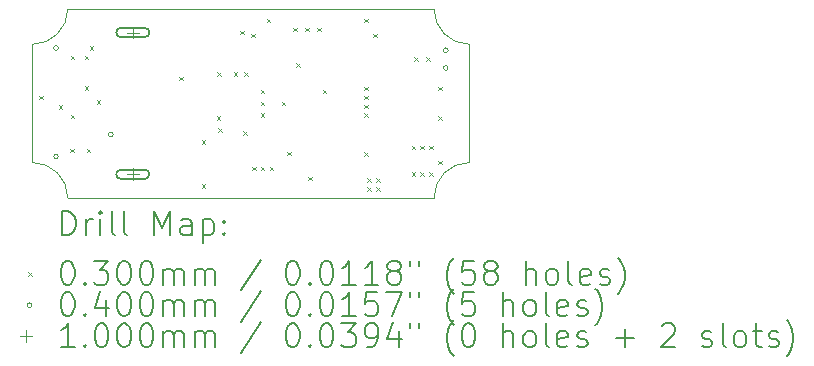
<source format=gbr>
%FSLAX45Y45*%
G04 Gerber Fmt 4.5, Leading zero omitted, Abs format (unit mm)*
G04 Created by KiCad (PCBNEW (6.0.0)) date 2025-09-03 23:00:23*
%MOMM*%
%LPD*%
G01*
G04 APERTURE LIST*
%TA.AperFunction,Profile*%
%ADD10C,0.100000*%
%TD*%
%ADD11C,0.200000*%
%ADD12C,0.030000*%
%ADD13C,0.040000*%
%ADD14C,0.100000*%
G04 APERTURE END LIST*
D10*
X6900000Y-2950000D02*
G75*
G03*
X7200000Y-3250000I300000J0D01*
G01*
X3800000Y-4550000D02*
G75*
G03*
X3500000Y-4250000I-300000J0D01*
G01*
X3500000Y-4250000D02*
X3500000Y-3250000D01*
X3800000Y-2950000D02*
X6900000Y-2950000D01*
X7200000Y-4250000D02*
G75*
G03*
X6900000Y-4550000I0J-300000D01*
G01*
X7200000Y-3250000D02*
X7200000Y-4250000D01*
X6900000Y-4550000D02*
X3800000Y-4550000D01*
X3500000Y-3250000D02*
G75*
G03*
X3800000Y-2950000I0J300000D01*
G01*
D11*
D12*
X3560000Y-3685000D02*
X3590000Y-3715000D01*
X3590000Y-3685000D02*
X3560000Y-3715000D01*
X3725000Y-3765000D02*
X3755000Y-3795000D01*
X3755000Y-3765000D02*
X3725000Y-3795000D01*
X3821500Y-4135000D02*
X3851500Y-4165000D01*
X3851500Y-4135000D02*
X3821500Y-4165000D01*
X3825000Y-3345000D02*
X3855000Y-3375000D01*
X3855000Y-3345000D02*
X3825000Y-3375000D01*
X3825000Y-3845000D02*
X3855000Y-3875000D01*
X3855000Y-3845000D02*
X3825000Y-3875000D01*
X3945000Y-3345000D02*
X3975000Y-3375000D01*
X3975000Y-3345000D02*
X3945000Y-3375000D01*
X3945000Y-3605000D02*
X3975000Y-3635000D01*
X3975000Y-3605000D02*
X3945000Y-3635000D01*
X3960000Y-4135000D02*
X3990000Y-4165000D01*
X3990000Y-4135000D02*
X3960000Y-4165000D01*
X3985000Y-3265000D02*
X4015000Y-3295000D01*
X4015000Y-3265000D02*
X3985000Y-3295000D01*
X4045000Y-3725000D02*
X4075000Y-3755000D01*
X4075000Y-3725000D02*
X4045000Y-3755000D01*
X4745000Y-3525000D02*
X4775000Y-3555000D01*
X4775000Y-3525000D02*
X4745000Y-3555000D01*
X4935000Y-4060000D02*
X4965000Y-4090000D01*
X4965000Y-4060000D02*
X4935000Y-4090000D01*
X4935000Y-4435000D02*
X4965000Y-4465000D01*
X4965000Y-4435000D02*
X4935000Y-4465000D01*
X5060000Y-3860000D02*
X5090000Y-3890000D01*
X5090000Y-3860000D02*
X5060000Y-3890000D01*
X5065000Y-3485000D02*
X5095000Y-3515000D01*
X5095000Y-3485000D02*
X5065000Y-3515000D01*
X5072550Y-3960000D02*
X5102550Y-3990000D01*
X5102550Y-3960000D02*
X5072550Y-3990000D01*
X5205000Y-3485000D02*
X5235000Y-3515000D01*
X5235000Y-3485000D02*
X5205000Y-3515000D01*
X5260000Y-3135000D02*
X5290000Y-3165000D01*
X5290000Y-3135000D02*
X5260000Y-3165000D01*
X5285000Y-3985000D02*
X5315000Y-4015000D01*
X5315000Y-3985000D02*
X5285000Y-4015000D01*
X5294050Y-3485000D02*
X5324050Y-3515000D01*
X5324050Y-3485000D02*
X5294050Y-3515000D01*
X5351250Y-3160000D02*
X5381250Y-3190000D01*
X5381250Y-3160000D02*
X5351250Y-3190000D01*
X5360000Y-4285000D02*
X5390000Y-4315000D01*
X5390000Y-4285000D02*
X5360000Y-4315000D01*
X5435000Y-3635000D02*
X5465000Y-3665000D01*
X5465000Y-3635000D02*
X5435000Y-3665000D01*
X5435000Y-3735000D02*
X5465000Y-3765000D01*
X5465000Y-3735000D02*
X5435000Y-3765000D01*
X5435000Y-3835000D02*
X5465000Y-3865000D01*
X5465000Y-3835000D02*
X5435000Y-3865000D01*
X5435000Y-4285000D02*
X5465000Y-4315000D01*
X5465000Y-4285000D02*
X5435000Y-4315000D01*
X5485000Y-3035000D02*
X5515000Y-3065000D01*
X5515000Y-3035000D02*
X5485000Y-3065000D01*
X5510000Y-4285000D02*
X5540000Y-4315000D01*
X5540000Y-4285000D02*
X5510000Y-4315000D01*
X5610000Y-3735000D02*
X5640000Y-3765000D01*
X5640000Y-3735000D02*
X5610000Y-3765000D01*
X5660000Y-4160000D02*
X5690000Y-4190000D01*
X5690000Y-4160000D02*
X5660000Y-4190000D01*
X5710000Y-3110000D02*
X5740000Y-3140000D01*
X5740000Y-3110000D02*
X5710000Y-3140000D01*
X5735000Y-3410000D02*
X5765000Y-3440000D01*
X5765000Y-3410000D02*
X5735000Y-3440000D01*
X5810000Y-3110000D02*
X5840000Y-3140000D01*
X5840000Y-3110000D02*
X5810000Y-3140000D01*
X5835000Y-4370050D02*
X5865000Y-4400050D01*
X5865000Y-4370050D02*
X5835000Y-4400050D01*
X5910000Y-3110000D02*
X5940000Y-3140000D01*
X5940000Y-3110000D02*
X5910000Y-3140000D01*
X5960000Y-3635000D02*
X5990000Y-3665000D01*
X5990000Y-3635000D02*
X5960000Y-3665000D01*
X6310000Y-3035000D02*
X6340000Y-3065000D01*
X6340000Y-3035000D02*
X6310000Y-3065000D01*
X6310000Y-3610000D02*
X6340000Y-3640000D01*
X6340000Y-3610000D02*
X6310000Y-3640000D01*
X6310000Y-3685000D02*
X6340000Y-3715000D01*
X6340000Y-3685000D02*
X6310000Y-3715000D01*
X6310000Y-3760000D02*
X6340000Y-3790000D01*
X6340000Y-3760000D02*
X6310000Y-3790000D01*
X6310000Y-3835000D02*
X6340000Y-3865000D01*
X6340000Y-3835000D02*
X6310000Y-3865000D01*
X6310000Y-4165000D02*
X6340000Y-4195000D01*
X6340000Y-4165000D02*
X6310000Y-4195000D01*
X6335000Y-4385000D02*
X6365000Y-4415000D01*
X6365000Y-4385000D02*
X6335000Y-4415000D01*
X6335000Y-4460000D02*
X6365000Y-4490000D01*
X6365000Y-4460000D02*
X6335000Y-4490000D01*
X6385000Y-3160000D02*
X6415000Y-3190000D01*
X6415000Y-3160000D02*
X6385000Y-3190000D01*
X6410000Y-4385000D02*
X6440000Y-4415000D01*
X6440000Y-4385000D02*
X6410000Y-4415000D01*
X6410000Y-4460000D02*
X6440000Y-4490000D01*
X6440000Y-4460000D02*
X6410000Y-4490000D01*
X6710000Y-4110000D02*
X6740000Y-4140000D01*
X6740000Y-4110000D02*
X6710000Y-4140000D01*
X6710000Y-4335000D02*
X6740000Y-4365000D01*
X6740000Y-4335000D02*
X6710000Y-4365000D01*
X6735000Y-3360000D02*
X6765000Y-3390000D01*
X6765000Y-3360000D02*
X6735000Y-3390000D01*
X6785000Y-4110000D02*
X6815000Y-4140000D01*
X6815000Y-4110000D02*
X6785000Y-4140000D01*
X6785000Y-4335000D02*
X6815000Y-4365000D01*
X6815000Y-4335000D02*
X6785000Y-4365000D01*
X6835000Y-3360000D02*
X6865000Y-3390000D01*
X6865000Y-3360000D02*
X6835000Y-3390000D01*
X6860000Y-4110000D02*
X6890000Y-4140000D01*
X6890000Y-4110000D02*
X6860000Y-4140000D01*
X6860000Y-4335000D02*
X6890000Y-4365000D01*
X6890000Y-4335000D02*
X6860000Y-4365000D01*
X6935000Y-3610000D02*
X6965000Y-3640000D01*
X6965000Y-3610000D02*
X6935000Y-3640000D01*
X6935000Y-3860000D02*
X6965000Y-3890000D01*
X6965000Y-3860000D02*
X6935000Y-3890000D01*
X6935000Y-4235000D02*
X6965000Y-4265000D01*
X6965000Y-4235000D02*
X6935000Y-4265000D01*
D13*
X3720000Y-3280000D02*
G75*
G03*
X3720000Y-3280000I-20000J0D01*
G01*
X3720000Y-4200000D02*
G75*
G03*
X3720000Y-4200000I-20000J0D01*
G01*
X4183750Y-4013750D02*
G75*
G03*
X4183750Y-4013750I-20000J0D01*
G01*
X7020000Y-3300000D02*
G75*
G03*
X7020000Y-3300000I-20000J0D01*
G01*
X7020000Y-3450000D02*
G75*
G03*
X7020000Y-3450000I-20000J0D01*
G01*
D14*
X4350000Y-3100000D02*
X4350000Y-3200000D01*
X4300000Y-3150000D02*
X4400000Y-3150000D01*
D11*
X4250000Y-3190000D02*
X4450000Y-3190000D01*
X4250000Y-3110000D02*
X4450000Y-3110000D01*
X4450000Y-3190000D02*
G75*
G03*
X4450000Y-3110000I0J40000D01*
G01*
X4250000Y-3110000D02*
G75*
G03*
X4250000Y-3190000I0J-40000D01*
G01*
D14*
X4350000Y-4300000D02*
X4350000Y-4400000D01*
X4300000Y-4350000D02*
X4400000Y-4350000D01*
D11*
X4250000Y-4390000D02*
X4450000Y-4390000D01*
X4250000Y-4310000D02*
X4450000Y-4310000D01*
X4450000Y-4390000D02*
G75*
G03*
X4450000Y-4310000I0J40000D01*
G01*
X4250000Y-4310000D02*
G75*
G03*
X4250000Y-4390000I0J-40000D01*
G01*
X3752619Y-4865476D02*
X3752619Y-4665476D01*
X3800238Y-4665476D01*
X3828809Y-4675000D01*
X3847857Y-4694048D01*
X3857381Y-4713095D01*
X3866905Y-4751190D01*
X3866905Y-4779762D01*
X3857381Y-4817857D01*
X3847857Y-4836905D01*
X3828809Y-4855952D01*
X3800238Y-4865476D01*
X3752619Y-4865476D01*
X3952619Y-4865476D02*
X3952619Y-4732143D01*
X3952619Y-4770238D02*
X3962143Y-4751190D01*
X3971667Y-4741667D01*
X3990714Y-4732143D01*
X4009762Y-4732143D01*
X4076428Y-4865476D02*
X4076428Y-4732143D01*
X4076428Y-4665476D02*
X4066905Y-4675000D01*
X4076428Y-4684524D01*
X4085952Y-4675000D01*
X4076428Y-4665476D01*
X4076428Y-4684524D01*
X4200238Y-4865476D02*
X4181190Y-4855952D01*
X4171667Y-4836905D01*
X4171667Y-4665476D01*
X4305000Y-4865476D02*
X4285952Y-4855952D01*
X4276429Y-4836905D01*
X4276429Y-4665476D01*
X4533571Y-4865476D02*
X4533571Y-4665476D01*
X4600238Y-4808333D01*
X4666905Y-4665476D01*
X4666905Y-4865476D01*
X4847857Y-4865476D02*
X4847857Y-4760714D01*
X4838333Y-4741667D01*
X4819286Y-4732143D01*
X4781190Y-4732143D01*
X4762143Y-4741667D01*
X4847857Y-4855952D02*
X4828810Y-4865476D01*
X4781190Y-4865476D01*
X4762143Y-4855952D01*
X4752619Y-4836905D01*
X4752619Y-4817857D01*
X4762143Y-4798810D01*
X4781190Y-4789286D01*
X4828810Y-4789286D01*
X4847857Y-4779762D01*
X4943095Y-4732143D02*
X4943095Y-4932143D01*
X4943095Y-4741667D02*
X4962143Y-4732143D01*
X5000238Y-4732143D01*
X5019286Y-4741667D01*
X5028810Y-4751190D01*
X5038333Y-4770238D01*
X5038333Y-4827381D01*
X5028810Y-4846429D01*
X5019286Y-4855952D01*
X5000238Y-4865476D01*
X4962143Y-4865476D01*
X4943095Y-4855952D01*
X5124048Y-4846429D02*
X5133571Y-4855952D01*
X5124048Y-4865476D01*
X5114524Y-4855952D01*
X5124048Y-4846429D01*
X5124048Y-4865476D01*
X5124048Y-4741667D02*
X5133571Y-4751190D01*
X5124048Y-4760714D01*
X5114524Y-4751190D01*
X5124048Y-4741667D01*
X5124048Y-4760714D01*
D12*
X3465000Y-5180000D02*
X3495000Y-5210000D01*
X3495000Y-5180000D02*
X3465000Y-5210000D01*
D11*
X3790714Y-5085476D02*
X3809762Y-5085476D01*
X3828809Y-5095000D01*
X3838333Y-5104524D01*
X3847857Y-5123571D01*
X3857381Y-5161667D01*
X3857381Y-5209286D01*
X3847857Y-5247381D01*
X3838333Y-5266429D01*
X3828809Y-5275952D01*
X3809762Y-5285476D01*
X3790714Y-5285476D01*
X3771667Y-5275952D01*
X3762143Y-5266429D01*
X3752619Y-5247381D01*
X3743095Y-5209286D01*
X3743095Y-5161667D01*
X3752619Y-5123571D01*
X3762143Y-5104524D01*
X3771667Y-5095000D01*
X3790714Y-5085476D01*
X3943095Y-5266429D02*
X3952619Y-5275952D01*
X3943095Y-5285476D01*
X3933571Y-5275952D01*
X3943095Y-5266429D01*
X3943095Y-5285476D01*
X4019286Y-5085476D02*
X4143095Y-5085476D01*
X4076428Y-5161667D01*
X4105000Y-5161667D01*
X4124048Y-5171190D01*
X4133571Y-5180714D01*
X4143095Y-5199762D01*
X4143095Y-5247381D01*
X4133571Y-5266429D01*
X4124048Y-5275952D01*
X4105000Y-5285476D01*
X4047857Y-5285476D01*
X4028809Y-5275952D01*
X4019286Y-5266429D01*
X4266905Y-5085476D02*
X4285952Y-5085476D01*
X4305000Y-5095000D01*
X4314524Y-5104524D01*
X4324048Y-5123571D01*
X4333571Y-5161667D01*
X4333571Y-5209286D01*
X4324048Y-5247381D01*
X4314524Y-5266429D01*
X4305000Y-5275952D01*
X4285952Y-5285476D01*
X4266905Y-5285476D01*
X4247857Y-5275952D01*
X4238333Y-5266429D01*
X4228810Y-5247381D01*
X4219286Y-5209286D01*
X4219286Y-5161667D01*
X4228810Y-5123571D01*
X4238333Y-5104524D01*
X4247857Y-5095000D01*
X4266905Y-5085476D01*
X4457381Y-5085476D02*
X4476429Y-5085476D01*
X4495476Y-5095000D01*
X4505000Y-5104524D01*
X4514524Y-5123571D01*
X4524048Y-5161667D01*
X4524048Y-5209286D01*
X4514524Y-5247381D01*
X4505000Y-5266429D01*
X4495476Y-5275952D01*
X4476429Y-5285476D01*
X4457381Y-5285476D01*
X4438333Y-5275952D01*
X4428810Y-5266429D01*
X4419286Y-5247381D01*
X4409762Y-5209286D01*
X4409762Y-5161667D01*
X4419286Y-5123571D01*
X4428810Y-5104524D01*
X4438333Y-5095000D01*
X4457381Y-5085476D01*
X4609762Y-5285476D02*
X4609762Y-5152143D01*
X4609762Y-5171190D02*
X4619286Y-5161667D01*
X4638333Y-5152143D01*
X4666905Y-5152143D01*
X4685952Y-5161667D01*
X4695476Y-5180714D01*
X4695476Y-5285476D01*
X4695476Y-5180714D02*
X4705000Y-5161667D01*
X4724048Y-5152143D01*
X4752619Y-5152143D01*
X4771667Y-5161667D01*
X4781190Y-5180714D01*
X4781190Y-5285476D01*
X4876429Y-5285476D02*
X4876429Y-5152143D01*
X4876429Y-5171190D02*
X4885952Y-5161667D01*
X4905000Y-5152143D01*
X4933571Y-5152143D01*
X4952619Y-5161667D01*
X4962143Y-5180714D01*
X4962143Y-5285476D01*
X4962143Y-5180714D02*
X4971667Y-5161667D01*
X4990714Y-5152143D01*
X5019286Y-5152143D01*
X5038333Y-5161667D01*
X5047857Y-5180714D01*
X5047857Y-5285476D01*
X5438333Y-5075952D02*
X5266905Y-5333095D01*
X5695476Y-5085476D02*
X5714524Y-5085476D01*
X5733571Y-5095000D01*
X5743095Y-5104524D01*
X5752619Y-5123571D01*
X5762143Y-5161667D01*
X5762143Y-5209286D01*
X5752619Y-5247381D01*
X5743095Y-5266429D01*
X5733571Y-5275952D01*
X5714524Y-5285476D01*
X5695476Y-5285476D01*
X5676428Y-5275952D01*
X5666905Y-5266429D01*
X5657381Y-5247381D01*
X5647857Y-5209286D01*
X5647857Y-5161667D01*
X5657381Y-5123571D01*
X5666905Y-5104524D01*
X5676428Y-5095000D01*
X5695476Y-5085476D01*
X5847857Y-5266429D02*
X5857381Y-5275952D01*
X5847857Y-5285476D01*
X5838333Y-5275952D01*
X5847857Y-5266429D01*
X5847857Y-5285476D01*
X5981190Y-5085476D02*
X6000238Y-5085476D01*
X6019286Y-5095000D01*
X6028809Y-5104524D01*
X6038333Y-5123571D01*
X6047857Y-5161667D01*
X6047857Y-5209286D01*
X6038333Y-5247381D01*
X6028809Y-5266429D01*
X6019286Y-5275952D01*
X6000238Y-5285476D01*
X5981190Y-5285476D01*
X5962143Y-5275952D01*
X5952619Y-5266429D01*
X5943095Y-5247381D01*
X5933571Y-5209286D01*
X5933571Y-5161667D01*
X5943095Y-5123571D01*
X5952619Y-5104524D01*
X5962143Y-5095000D01*
X5981190Y-5085476D01*
X6238333Y-5285476D02*
X6124048Y-5285476D01*
X6181190Y-5285476D02*
X6181190Y-5085476D01*
X6162143Y-5114048D01*
X6143095Y-5133095D01*
X6124048Y-5142619D01*
X6428809Y-5285476D02*
X6314524Y-5285476D01*
X6371667Y-5285476D02*
X6371667Y-5085476D01*
X6352619Y-5114048D01*
X6333571Y-5133095D01*
X6314524Y-5142619D01*
X6543095Y-5171190D02*
X6524048Y-5161667D01*
X6514524Y-5152143D01*
X6505000Y-5133095D01*
X6505000Y-5123571D01*
X6514524Y-5104524D01*
X6524048Y-5095000D01*
X6543095Y-5085476D01*
X6581190Y-5085476D01*
X6600238Y-5095000D01*
X6609762Y-5104524D01*
X6619286Y-5123571D01*
X6619286Y-5133095D01*
X6609762Y-5152143D01*
X6600238Y-5161667D01*
X6581190Y-5171190D01*
X6543095Y-5171190D01*
X6524048Y-5180714D01*
X6514524Y-5190238D01*
X6505000Y-5209286D01*
X6505000Y-5247381D01*
X6514524Y-5266429D01*
X6524048Y-5275952D01*
X6543095Y-5285476D01*
X6581190Y-5285476D01*
X6600238Y-5275952D01*
X6609762Y-5266429D01*
X6619286Y-5247381D01*
X6619286Y-5209286D01*
X6609762Y-5190238D01*
X6600238Y-5180714D01*
X6581190Y-5171190D01*
X6695476Y-5085476D02*
X6695476Y-5123571D01*
X6771667Y-5085476D02*
X6771667Y-5123571D01*
X7066905Y-5361667D02*
X7057381Y-5352143D01*
X7038333Y-5323571D01*
X7028809Y-5304524D01*
X7019286Y-5275952D01*
X7009762Y-5228333D01*
X7009762Y-5190238D01*
X7019286Y-5142619D01*
X7028809Y-5114048D01*
X7038333Y-5095000D01*
X7057381Y-5066429D01*
X7066905Y-5056905D01*
X7238333Y-5085476D02*
X7143095Y-5085476D01*
X7133571Y-5180714D01*
X7143095Y-5171190D01*
X7162143Y-5161667D01*
X7209762Y-5161667D01*
X7228809Y-5171190D01*
X7238333Y-5180714D01*
X7247857Y-5199762D01*
X7247857Y-5247381D01*
X7238333Y-5266429D01*
X7228809Y-5275952D01*
X7209762Y-5285476D01*
X7162143Y-5285476D01*
X7143095Y-5275952D01*
X7133571Y-5266429D01*
X7362143Y-5171190D02*
X7343095Y-5161667D01*
X7333571Y-5152143D01*
X7324048Y-5133095D01*
X7324048Y-5123571D01*
X7333571Y-5104524D01*
X7343095Y-5095000D01*
X7362143Y-5085476D01*
X7400238Y-5085476D01*
X7419286Y-5095000D01*
X7428809Y-5104524D01*
X7438333Y-5123571D01*
X7438333Y-5133095D01*
X7428809Y-5152143D01*
X7419286Y-5161667D01*
X7400238Y-5171190D01*
X7362143Y-5171190D01*
X7343095Y-5180714D01*
X7333571Y-5190238D01*
X7324048Y-5209286D01*
X7324048Y-5247381D01*
X7333571Y-5266429D01*
X7343095Y-5275952D01*
X7362143Y-5285476D01*
X7400238Y-5285476D01*
X7419286Y-5275952D01*
X7428809Y-5266429D01*
X7438333Y-5247381D01*
X7438333Y-5209286D01*
X7428809Y-5190238D01*
X7419286Y-5180714D01*
X7400238Y-5171190D01*
X7676428Y-5285476D02*
X7676428Y-5085476D01*
X7762143Y-5285476D02*
X7762143Y-5180714D01*
X7752619Y-5161667D01*
X7733571Y-5152143D01*
X7705000Y-5152143D01*
X7685952Y-5161667D01*
X7676428Y-5171190D01*
X7885952Y-5285476D02*
X7866905Y-5275952D01*
X7857381Y-5266429D01*
X7847857Y-5247381D01*
X7847857Y-5190238D01*
X7857381Y-5171190D01*
X7866905Y-5161667D01*
X7885952Y-5152143D01*
X7914524Y-5152143D01*
X7933571Y-5161667D01*
X7943095Y-5171190D01*
X7952619Y-5190238D01*
X7952619Y-5247381D01*
X7943095Y-5266429D01*
X7933571Y-5275952D01*
X7914524Y-5285476D01*
X7885952Y-5285476D01*
X8066905Y-5285476D02*
X8047857Y-5275952D01*
X8038333Y-5256905D01*
X8038333Y-5085476D01*
X8219286Y-5275952D02*
X8200238Y-5285476D01*
X8162143Y-5285476D01*
X8143095Y-5275952D01*
X8133571Y-5256905D01*
X8133571Y-5180714D01*
X8143095Y-5161667D01*
X8162143Y-5152143D01*
X8200238Y-5152143D01*
X8219286Y-5161667D01*
X8228809Y-5180714D01*
X8228809Y-5199762D01*
X8133571Y-5218810D01*
X8305000Y-5275952D02*
X8324048Y-5285476D01*
X8362143Y-5285476D01*
X8381190Y-5275952D01*
X8390714Y-5256905D01*
X8390714Y-5247381D01*
X8381190Y-5228333D01*
X8362143Y-5218810D01*
X8333571Y-5218810D01*
X8314524Y-5209286D01*
X8305000Y-5190238D01*
X8305000Y-5180714D01*
X8314524Y-5161667D01*
X8333571Y-5152143D01*
X8362143Y-5152143D01*
X8381190Y-5161667D01*
X8457381Y-5361667D02*
X8466905Y-5352143D01*
X8485952Y-5323571D01*
X8495476Y-5304524D01*
X8505000Y-5275952D01*
X8514524Y-5228333D01*
X8514524Y-5190238D01*
X8505000Y-5142619D01*
X8495476Y-5114048D01*
X8485952Y-5095000D01*
X8466905Y-5066429D01*
X8457381Y-5056905D01*
D13*
X3495000Y-5459000D02*
G75*
G03*
X3495000Y-5459000I-20000J0D01*
G01*
D11*
X3790714Y-5349476D02*
X3809762Y-5349476D01*
X3828809Y-5359000D01*
X3838333Y-5368524D01*
X3847857Y-5387571D01*
X3857381Y-5425667D01*
X3857381Y-5473286D01*
X3847857Y-5511381D01*
X3838333Y-5530429D01*
X3828809Y-5539952D01*
X3809762Y-5549476D01*
X3790714Y-5549476D01*
X3771667Y-5539952D01*
X3762143Y-5530429D01*
X3752619Y-5511381D01*
X3743095Y-5473286D01*
X3743095Y-5425667D01*
X3752619Y-5387571D01*
X3762143Y-5368524D01*
X3771667Y-5359000D01*
X3790714Y-5349476D01*
X3943095Y-5530429D02*
X3952619Y-5539952D01*
X3943095Y-5549476D01*
X3933571Y-5539952D01*
X3943095Y-5530429D01*
X3943095Y-5549476D01*
X4124048Y-5416143D02*
X4124048Y-5549476D01*
X4076428Y-5339952D02*
X4028809Y-5482810D01*
X4152619Y-5482810D01*
X4266905Y-5349476D02*
X4285952Y-5349476D01*
X4305000Y-5359000D01*
X4314524Y-5368524D01*
X4324048Y-5387571D01*
X4333571Y-5425667D01*
X4333571Y-5473286D01*
X4324048Y-5511381D01*
X4314524Y-5530429D01*
X4305000Y-5539952D01*
X4285952Y-5549476D01*
X4266905Y-5549476D01*
X4247857Y-5539952D01*
X4238333Y-5530429D01*
X4228810Y-5511381D01*
X4219286Y-5473286D01*
X4219286Y-5425667D01*
X4228810Y-5387571D01*
X4238333Y-5368524D01*
X4247857Y-5359000D01*
X4266905Y-5349476D01*
X4457381Y-5349476D02*
X4476429Y-5349476D01*
X4495476Y-5359000D01*
X4505000Y-5368524D01*
X4514524Y-5387571D01*
X4524048Y-5425667D01*
X4524048Y-5473286D01*
X4514524Y-5511381D01*
X4505000Y-5530429D01*
X4495476Y-5539952D01*
X4476429Y-5549476D01*
X4457381Y-5549476D01*
X4438333Y-5539952D01*
X4428810Y-5530429D01*
X4419286Y-5511381D01*
X4409762Y-5473286D01*
X4409762Y-5425667D01*
X4419286Y-5387571D01*
X4428810Y-5368524D01*
X4438333Y-5359000D01*
X4457381Y-5349476D01*
X4609762Y-5549476D02*
X4609762Y-5416143D01*
X4609762Y-5435190D02*
X4619286Y-5425667D01*
X4638333Y-5416143D01*
X4666905Y-5416143D01*
X4685952Y-5425667D01*
X4695476Y-5444714D01*
X4695476Y-5549476D01*
X4695476Y-5444714D02*
X4705000Y-5425667D01*
X4724048Y-5416143D01*
X4752619Y-5416143D01*
X4771667Y-5425667D01*
X4781190Y-5444714D01*
X4781190Y-5549476D01*
X4876429Y-5549476D02*
X4876429Y-5416143D01*
X4876429Y-5435190D02*
X4885952Y-5425667D01*
X4905000Y-5416143D01*
X4933571Y-5416143D01*
X4952619Y-5425667D01*
X4962143Y-5444714D01*
X4962143Y-5549476D01*
X4962143Y-5444714D02*
X4971667Y-5425667D01*
X4990714Y-5416143D01*
X5019286Y-5416143D01*
X5038333Y-5425667D01*
X5047857Y-5444714D01*
X5047857Y-5549476D01*
X5438333Y-5339952D02*
X5266905Y-5597095D01*
X5695476Y-5349476D02*
X5714524Y-5349476D01*
X5733571Y-5359000D01*
X5743095Y-5368524D01*
X5752619Y-5387571D01*
X5762143Y-5425667D01*
X5762143Y-5473286D01*
X5752619Y-5511381D01*
X5743095Y-5530429D01*
X5733571Y-5539952D01*
X5714524Y-5549476D01*
X5695476Y-5549476D01*
X5676428Y-5539952D01*
X5666905Y-5530429D01*
X5657381Y-5511381D01*
X5647857Y-5473286D01*
X5647857Y-5425667D01*
X5657381Y-5387571D01*
X5666905Y-5368524D01*
X5676428Y-5359000D01*
X5695476Y-5349476D01*
X5847857Y-5530429D02*
X5857381Y-5539952D01*
X5847857Y-5549476D01*
X5838333Y-5539952D01*
X5847857Y-5530429D01*
X5847857Y-5549476D01*
X5981190Y-5349476D02*
X6000238Y-5349476D01*
X6019286Y-5359000D01*
X6028809Y-5368524D01*
X6038333Y-5387571D01*
X6047857Y-5425667D01*
X6047857Y-5473286D01*
X6038333Y-5511381D01*
X6028809Y-5530429D01*
X6019286Y-5539952D01*
X6000238Y-5549476D01*
X5981190Y-5549476D01*
X5962143Y-5539952D01*
X5952619Y-5530429D01*
X5943095Y-5511381D01*
X5933571Y-5473286D01*
X5933571Y-5425667D01*
X5943095Y-5387571D01*
X5952619Y-5368524D01*
X5962143Y-5359000D01*
X5981190Y-5349476D01*
X6238333Y-5549476D02*
X6124048Y-5549476D01*
X6181190Y-5549476D02*
X6181190Y-5349476D01*
X6162143Y-5378048D01*
X6143095Y-5397095D01*
X6124048Y-5406619D01*
X6419286Y-5349476D02*
X6324048Y-5349476D01*
X6314524Y-5444714D01*
X6324048Y-5435190D01*
X6343095Y-5425667D01*
X6390714Y-5425667D01*
X6409762Y-5435190D01*
X6419286Y-5444714D01*
X6428809Y-5463762D01*
X6428809Y-5511381D01*
X6419286Y-5530429D01*
X6409762Y-5539952D01*
X6390714Y-5549476D01*
X6343095Y-5549476D01*
X6324048Y-5539952D01*
X6314524Y-5530429D01*
X6495476Y-5349476D02*
X6628809Y-5349476D01*
X6543095Y-5549476D01*
X6695476Y-5349476D02*
X6695476Y-5387571D01*
X6771667Y-5349476D02*
X6771667Y-5387571D01*
X7066905Y-5625667D02*
X7057381Y-5616143D01*
X7038333Y-5587571D01*
X7028809Y-5568524D01*
X7019286Y-5539952D01*
X7009762Y-5492333D01*
X7009762Y-5454238D01*
X7019286Y-5406619D01*
X7028809Y-5378048D01*
X7038333Y-5359000D01*
X7057381Y-5330429D01*
X7066905Y-5320905D01*
X7238333Y-5349476D02*
X7143095Y-5349476D01*
X7133571Y-5444714D01*
X7143095Y-5435190D01*
X7162143Y-5425667D01*
X7209762Y-5425667D01*
X7228809Y-5435190D01*
X7238333Y-5444714D01*
X7247857Y-5463762D01*
X7247857Y-5511381D01*
X7238333Y-5530429D01*
X7228809Y-5539952D01*
X7209762Y-5549476D01*
X7162143Y-5549476D01*
X7143095Y-5539952D01*
X7133571Y-5530429D01*
X7485952Y-5549476D02*
X7485952Y-5349476D01*
X7571667Y-5549476D02*
X7571667Y-5444714D01*
X7562143Y-5425667D01*
X7543095Y-5416143D01*
X7514524Y-5416143D01*
X7495476Y-5425667D01*
X7485952Y-5435190D01*
X7695476Y-5549476D02*
X7676428Y-5539952D01*
X7666905Y-5530429D01*
X7657381Y-5511381D01*
X7657381Y-5454238D01*
X7666905Y-5435190D01*
X7676428Y-5425667D01*
X7695476Y-5416143D01*
X7724048Y-5416143D01*
X7743095Y-5425667D01*
X7752619Y-5435190D01*
X7762143Y-5454238D01*
X7762143Y-5511381D01*
X7752619Y-5530429D01*
X7743095Y-5539952D01*
X7724048Y-5549476D01*
X7695476Y-5549476D01*
X7876428Y-5549476D02*
X7857381Y-5539952D01*
X7847857Y-5520905D01*
X7847857Y-5349476D01*
X8028809Y-5539952D02*
X8009762Y-5549476D01*
X7971667Y-5549476D01*
X7952619Y-5539952D01*
X7943095Y-5520905D01*
X7943095Y-5444714D01*
X7952619Y-5425667D01*
X7971667Y-5416143D01*
X8009762Y-5416143D01*
X8028809Y-5425667D01*
X8038333Y-5444714D01*
X8038333Y-5463762D01*
X7943095Y-5482810D01*
X8114524Y-5539952D02*
X8133571Y-5549476D01*
X8171667Y-5549476D01*
X8190714Y-5539952D01*
X8200238Y-5520905D01*
X8200238Y-5511381D01*
X8190714Y-5492333D01*
X8171667Y-5482810D01*
X8143095Y-5482810D01*
X8124048Y-5473286D01*
X8114524Y-5454238D01*
X8114524Y-5444714D01*
X8124048Y-5425667D01*
X8143095Y-5416143D01*
X8171667Y-5416143D01*
X8190714Y-5425667D01*
X8266905Y-5625667D02*
X8276428Y-5616143D01*
X8295476Y-5587571D01*
X8305000Y-5568524D01*
X8314524Y-5539952D01*
X8324048Y-5492333D01*
X8324048Y-5454238D01*
X8314524Y-5406619D01*
X8305000Y-5378048D01*
X8295476Y-5359000D01*
X8276428Y-5330429D01*
X8266905Y-5320905D01*
D14*
X3445000Y-5673000D02*
X3445000Y-5773000D01*
X3395000Y-5723000D02*
X3495000Y-5723000D01*
D11*
X3857381Y-5813476D02*
X3743095Y-5813476D01*
X3800238Y-5813476D02*
X3800238Y-5613476D01*
X3781190Y-5642048D01*
X3762143Y-5661095D01*
X3743095Y-5670619D01*
X3943095Y-5794428D02*
X3952619Y-5803952D01*
X3943095Y-5813476D01*
X3933571Y-5803952D01*
X3943095Y-5794428D01*
X3943095Y-5813476D01*
X4076428Y-5613476D02*
X4095476Y-5613476D01*
X4114524Y-5623000D01*
X4124048Y-5632524D01*
X4133571Y-5651571D01*
X4143095Y-5689667D01*
X4143095Y-5737286D01*
X4133571Y-5775381D01*
X4124048Y-5794428D01*
X4114524Y-5803952D01*
X4095476Y-5813476D01*
X4076428Y-5813476D01*
X4057381Y-5803952D01*
X4047857Y-5794428D01*
X4038333Y-5775381D01*
X4028809Y-5737286D01*
X4028809Y-5689667D01*
X4038333Y-5651571D01*
X4047857Y-5632524D01*
X4057381Y-5623000D01*
X4076428Y-5613476D01*
X4266905Y-5613476D02*
X4285952Y-5613476D01*
X4305000Y-5623000D01*
X4314524Y-5632524D01*
X4324048Y-5651571D01*
X4333571Y-5689667D01*
X4333571Y-5737286D01*
X4324048Y-5775381D01*
X4314524Y-5794428D01*
X4305000Y-5803952D01*
X4285952Y-5813476D01*
X4266905Y-5813476D01*
X4247857Y-5803952D01*
X4238333Y-5794428D01*
X4228810Y-5775381D01*
X4219286Y-5737286D01*
X4219286Y-5689667D01*
X4228810Y-5651571D01*
X4238333Y-5632524D01*
X4247857Y-5623000D01*
X4266905Y-5613476D01*
X4457381Y-5613476D02*
X4476429Y-5613476D01*
X4495476Y-5623000D01*
X4505000Y-5632524D01*
X4514524Y-5651571D01*
X4524048Y-5689667D01*
X4524048Y-5737286D01*
X4514524Y-5775381D01*
X4505000Y-5794428D01*
X4495476Y-5803952D01*
X4476429Y-5813476D01*
X4457381Y-5813476D01*
X4438333Y-5803952D01*
X4428810Y-5794428D01*
X4419286Y-5775381D01*
X4409762Y-5737286D01*
X4409762Y-5689667D01*
X4419286Y-5651571D01*
X4428810Y-5632524D01*
X4438333Y-5623000D01*
X4457381Y-5613476D01*
X4609762Y-5813476D02*
X4609762Y-5680143D01*
X4609762Y-5699190D02*
X4619286Y-5689667D01*
X4638333Y-5680143D01*
X4666905Y-5680143D01*
X4685952Y-5689667D01*
X4695476Y-5708714D01*
X4695476Y-5813476D01*
X4695476Y-5708714D02*
X4705000Y-5689667D01*
X4724048Y-5680143D01*
X4752619Y-5680143D01*
X4771667Y-5689667D01*
X4781190Y-5708714D01*
X4781190Y-5813476D01*
X4876429Y-5813476D02*
X4876429Y-5680143D01*
X4876429Y-5699190D02*
X4885952Y-5689667D01*
X4905000Y-5680143D01*
X4933571Y-5680143D01*
X4952619Y-5689667D01*
X4962143Y-5708714D01*
X4962143Y-5813476D01*
X4962143Y-5708714D02*
X4971667Y-5689667D01*
X4990714Y-5680143D01*
X5019286Y-5680143D01*
X5038333Y-5689667D01*
X5047857Y-5708714D01*
X5047857Y-5813476D01*
X5438333Y-5603952D02*
X5266905Y-5861095D01*
X5695476Y-5613476D02*
X5714524Y-5613476D01*
X5733571Y-5623000D01*
X5743095Y-5632524D01*
X5752619Y-5651571D01*
X5762143Y-5689667D01*
X5762143Y-5737286D01*
X5752619Y-5775381D01*
X5743095Y-5794428D01*
X5733571Y-5803952D01*
X5714524Y-5813476D01*
X5695476Y-5813476D01*
X5676428Y-5803952D01*
X5666905Y-5794428D01*
X5657381Y-5775381D01*
X5647857Y-5737286D01*
X5647857Y-5689667D01*
X5657381Y-5651571D01*
X5666905Y-5632524D01*
X5676428Y-5623000D01*
X5695476Y-5613476D01*
X5847857Y-5794428D02*
X5857381Y-5803952D01*
X5847857Y-5813476D01*
X5838333Y-5803952D01*
X5847857Y-5794428D01*
X5847857Y-5813476D01*
X5981190Y-5613476D02*
X6000238Y-5613476D01*
X6019286Y-5623000D01*
X6028809Y-5632524D01*
X6038333Y-5651571D01*
X6047857Y-5689667D01*
X6047857Y-5737286D01*
X6038333Y-5775381D01*
X6028809Y-5794428D01*
X6019286Y-5803952D01*
X6000238Y-5813476D01*
X5981190Y-5813476D01*
X5962143Y-5803952D01*
X5952619Y-5794428D01*
X5943095Y-5775381D01*
X5933571Y-5737286D01*
X5933571Y-5689667D01*
X5943095Y-5651571D01*
X5952619Y-5632524D01*
X5962143Y-5623000D01*
X5981190Y-5613476D01*
X6114524Y-5613476D02*
X6238333Y-5613476D01*
X6171667Y-5689667D01*
X6200238Y-5689667D01*
X6219286Y-5699190D01*
X6228809Y-5708714D01*
X6238333Y-5727762D01*
X6238333Y-5775381D01*
X6228809Y-5794428D01*
X6219286Y-5803952D01*
X6200238Y-5813476D01*
X6143095Y-5813476D01*
X6124048Y-5803952D01*
X6114524Y-5794428D01*
X6333571Y-5813476D02*
X6371667Y-5813476D01*
X6390714Y-5803952D01*
X6400238Y-5794428D01*
X6419286Y-5765857D01*
X6428809Y-5727762D01*
X6428809Y-5651571D01*
X6419286Y-5632524D01*
X6409762Y-5623000D01*
X6390714Y-5613476D01*
X6352619Y-5613476D01*
X6333571Y-5623000D01*
X6324048Y-5632524D01*
X6314524Y-5651571D01*
X6314524Y-5699190D01*
X6324048Y-5718238D01*
X6333571Y-5727762D01*
X6352619Y-5737286D01*
X6390714Y-5737286D01*
X6409762Y-5727762D01*
X6419286Y-5718238D01*
X6428809Y-5699190D01*
X6600238Y-5680143D02*
X6600238Y-5813476D01*
X6552619Y-5603952D02*
X6505000Y-5746809D01*
X6628809Y-5746809D01*
X6695476Y-5613476D02*
X6695476Y-5651571D01*
X6771667Y-5613476D02*
X6771667Y-5651571D01*
X7066905Y-5889667D02*
X7057381Y-5880143D01*
X7038333Y-5851571D01*
X7028809Y-5832524D01*
X7019286Y-5803952D01*
X7009762Y-5756333D01*
X7009762Y-5718238D01*
X7019286Y-5670619D01*
X7028809Y-5642048D01*
X7038333Y-5623000D01*
X7057381Y-5594428D01*
X7066905Y-5584905D01*
X7181190Y-5613476D02*
X7200238Y-5613476D01*
X7219286Y-5623000D01*
X7228809Y-5632524D01*
X7238333Y-5651571D01*
X7247857Y-5689667D01*
X7247857Y-5737286D01*
X7238333Y-5775381D01*
X7228809Y-5794428D01*
X7219286Y-5803952D01*
X7200238Y-5813476D01*
X7181190Y-5813476D01*
X7162143Y-5803952D01*
X7152619Y-5794428D01*
X7143095Y-5775381D01*
X7133571Y-5737286D01*
X7133571Y-5689667D01*
X7143095Y-5651571D01*
X7152619Y-5632524D01*
X7162143Y-5623000D01*
X7181190Y-5613476D01*
X7485952Y-5813476D02*
X7485952Y-5613476D01*
X7571667Y-5813476D02*
X7571667Y-5708714D01*
X7562143Y-5689667D01*
X7543095Y-5680143D01*
X7514524Y-5680143D01*
X7495476Y-5689667D01*
X7485952Y-5699190D01*
X7695476Y-5813476D02*
X7676428Y-5803952D01*
X7666905Y-5794428D01*
X7657381Y-5775381D01*
X7657381Y-5718238D01*
X7666905Y-5699190D01*
X7676428Y-5689667D01*
X7695476Y-5680143D01*
X7724048Y-5680143D01*
X7743095Y-5689667D01*
X7752619Y-5699190D01*
X7762143Y-5718238D01*
X7762143Y-5775381D01*
X7752619Y-5794428D01*
X7743095Y-5803952D01*
X7724048Y-5813476D01*
X7695476Y-5813476D01*
X7876428Y-5813476D02*
X7857381Y-5803952D01*
X7847857Y-5784905D01*
X7847857Y-5613476D01*
X8028809Y-5803952D02*
X8009762Y-5813476D01*
X7971667Y-5813476D01*
X7952619Y-5803952D01*
X7943095Y-5784905D01*
X7943095Y-5708714D01*
X7952619Y-5689667D01*
X7971667Y-5680143D01*
X8009762Y-5680143D01*
X8028809Y-5689667D01*
X8038333Y-5708714D01*
X8038333Y-5727762D01*
X7943095Y-5746809D01*
X8114524Y-5803952D02*
X8133571Y-5813476D01*
X8171667Y-5813476D01*
X8190714Y-5803952D01*
X8200238Y-5784905D01*
X8200238Y-5775381D01*
X8190714Y-5756333D01*
X8171667Y-5746809D01*
X8143095Y-5746809D01*
X8124048Y-5737286D01*
X8114524Y-5718238D01*
X8114524Y-5708714D01*
X8124048Y-5689667D01*
X8143095Y-5680143D01*
X8171667Y-5680143D01*
X8190714Y-5689667D01*
X8438333Y-5737286D02*
X8590714Y-5737286D01*
X8514524Y-5813476D02*
X8514524Y-5661095D01*
X8828810Y-5632524D02*
X8838333Y-5623000D01*
X8857381Y-5613476D01*
X8905000Y-5613476D01*
X8924048Y-5623000D01*
X8933571Y-5632524D01*
X8943095Y-5651571D01*
X8943095Y-5670619D01*
X8933571Y-5699190D01*
X8819286Y-5813476D01*
X8943095Y-5813476D01*
X9171667Y-5803952D02*
X9190714Y-5813476D01*
X9228810Y-5813476D01*
X9247857Y-5803952D01*
X9257381Y-5784905D01*
X9257381Y-5775381D01*
X9247857Y-5756333D01*
X9228810Y-5746809D01*
X9200238Y-5746809D01*
X9181190Y-5737286D01*
X9171667Y-5718238D01*
X9171667Y-5708714D01*
X9181190Y-5689667D01*
X9200238Y-5680143D01*
X9228810Y-5680143D01*
X9247857Y-5689667D01*
X9371667Y-5813476D02*
X9352619Y-5803952D01*
X9343095Y-5784905D01*
X9343095Y-5613476D01*
X9476429Y-5813476D02*
X9457381Y-5803952D01*
X9447857Y-5794428D01*
X9438333Y-5775381D01*
X9438333Y-5718238D01*
X9447857Y-5699190D01*
X9457381Y-5689667D01*
X9476429Y-5680143D01*
X9505000Y-5680143D01*
X9524048Y-5689667D01*
X9533571Y-5699190D01*
X9543095Y-5718238D01*
X9543095Y-5775381D01*
X9533571Y-5794428D01*
X9524048Y-5803952D01*
X9505000Y-5813476D01*
X9476429Y-5813476D01*
X9600238Y-5680143D02*
X9676429Y-5680143D01*
X9628810Y-5613476D02*
X9628810Y-5784905D01*
X9638333Y-5803952D01*
X9657381Y-5813476D01*
X9676429Y-5813476D01*
X9733571Y-5803952D02*
X9752619Y-5813476D01*
X9790714Y-5813476D01*
X9809762Y-5803952D01*
X9819286Y-5784905D01*
X9819286Y-5775381D01*
X9809762Y-5756333D01*
X9790714Y-5746809D01*
X9762143Y-5746809D01*
X9743095Y-5737286D01*
X9733571Y-5718238D01*
X9733571Y-5708714D01*
X9743095Y-5689667D01*
X9762143Y-5680143D01*
X9790714Y-5680143D01*
X9809762Y-5689667D01*
X9885952Y-5889667D02*
X9895476Y-5880143D01*
X9914524Y-5851571D01*
X9924048Y-5832524D01*
X9933571Y-5803952D01*
X9943095Y-5756333D01*
X9943095Y-5718238D01*
X9933571Y-5670619D01*
X9924048Y-5642048D01*
X9914524Y-5623000D01*
X9895476Y-5594428D01*
X9885952Y-5584905D01*
M02*

</source>
